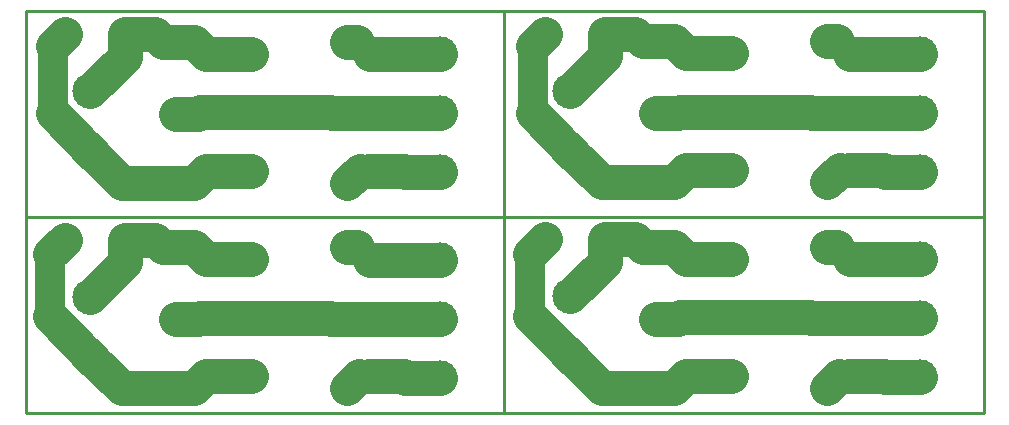
<source format=gbl>
%FSTAX23Y23*%
%MOIN*%
%SFA1B1*%

%IPPOS*%
%AMD17*
4,1,8,0.045300,0.018700,0.018700,0.045300,-0.018700,0.045300,-0.045300,0.018700,-0.045300,-0.018700,-0.018700,-0.045300,0.018700,-0.045300,0.045300,-0.018700,0.045300,0.018700,0.0*
%
%AMD19*
4,1,8,-0.059100,-0.024500,-0.024500,-0.059100,0.024500,-0.059100,0.059100,-0.024500,0.059100,0.024500,0.024500,0.059100,-0.024500,0.059100,-0.059100,0.024500,-0.059100,-0.024500,0.0*
%
%ADD10C,0.010000*%
%ADD11C,0.019685*%
%ADD12C,0.118110*%
%ADD13C,0.039370*%
%ADD14C,0.098425*%
%ADD15C,0.118110*%
%ADD16C,0.090551*%
G04~CAMADD=17~4~0.0~0.0~905.7~905.7~0.0~265.3~0~0.0~0.0~0.0~0.0~0~0.0~0.0~0.0~0.0~0~0.0~0.0~0.0~315.0~905.7~905.7*
%ADD17D17*%
%ADD18C,0.078740*%
G04~CAMADD=19~4~0.0~0.0~1181.0~1181.0~0.0~345.9~0~0.0~0.0~0.0~0.0~0~0.0~0.0~0.0~0.0~0~0.0~0.0~0.0~135.0~1181.0~1181.0*
%ADD19D19*%
%ADD20R,0.078740X0.078740*%
%LNpcb2_x4-1*%
%LPD*%
G54D10*
X01595Y00655D02*
X03195D01*
X0D02*
X01595D01*
X0Y0D02*
Y0134D01*
X03195*
Y0D02*
Y0134D01*
X01595Y0D02*
Y0134D01*
X0Y0D02*
X03195D01*
G54D11*
X01105Y00554D02*
X01145Y00514D01*
X01113Y00124D02*
X01145D01*
X01015Y00319D02*
X01019Y00315D01*
X00575Y00314D02*
X00581Y00319D01*
X0126Y00124D02*
X01265Y00119D01*
X00433Y00579D02*
X00458Y00554D01*
X00433Y01264D02*
X00458Y01239D01*
X0126Y00809D02*
X01266Y00804D01*
X00576Y00999D02*
X00582Y01004D01*
X01016D02*
X0102Y01D01*
X01114Y00809D02*
X01146D01*
X01106Y01239D02*
X01146Y01199D01*
X02706Y0124D02*
X02746Y012D01*
X02714Y00811D02*
X02746D01*
X02616Y01006D02*
X0262Y01002D01*
X02176Y01D02*
X02182Y01006D01*
X0286Y00811D02*
X02866Y00805D01*
X02033Y01265D02*
X02058Y0124D01*
X02033Y0058D02*
X02058Y00555D01*
X0286Y00126D02*
X02865Y0012D01*
X02175Y00315D02*
X02181Y00321D01*
X02615D02*
X02619Y00317D01*
X02713Y00126D02*
X02745D01*
X02705Y00555D02*
X02745Y00515D01*
G54D12*
X01072Y00554D02*
X01105D01*
X01147Y00512D02*
X0138D01*
X01072Y00084D02*
X01113Y00124D01*
X0033Y00504D02*
Y00579D01*
X00215Y00389D02*
X0033Y00504D01*
X006Y00514D02*
X00752D01*
X0056Y00554D02*
X006Y00514D01*
X01019Y00315D02*
X0138D01*
X00655Y00319D02*
X01015D01*
X00581D02*
X00655D01*
X00502Y00314D02*
X00575D01*
X01265Y00119D02*
X0138D01*
X01145Y00124D02*
X0126D01*
X00458Y00554D02*
X0056D01*
X0033Y00579D02*
X00433D01*
X0056Y00084D02*
X00601Y00124D01*
X00752*
X0008Y0053D02*
X0013Y00579D01*
X00215Y00189D02*
X0032Y00084D01*
X0056*
X0008Y00324D02*
X00215Y00189D01*
X00321Y00769D02*
X00561D01*
X00216Y00874D02*
X00321Y00769D01*
X00602Y00809D02*
X00753D01*
X00561Y00769D02*
X00602Y00809D01*
X00331Y01264D02*
X00433D01*
X00458Y01239D02*
X00561D01*
X01146Y00809D02*
X0126D01*
X01266Y00804D02*
X01381D01*
X00503Y00999D02*
X00576D01*
X00582Y01004D02*
X00656D01*
X01016*
X0102Y01D02*
X01381D01*
X00561Y01239D02*
X00601Y01199D01*
X00753*
X00216Y01074D02*
X00331Y01189D01*
Y01264*
X01073Y00769D02*
X01114Y00809D01*
X01148Y01197D02*
X01381D01*
X01073Y01239D02*
X01106D01*
X0009Y01D02*
X00216Y00874D01*
X0009Y01224D02*
X0013Y01264D01*
X0169Y01225D02*
X0173Y01265D01*
X0169Y01001D02*
X01816Y00875D01*
X02673Y0124D02*
X02706D01*
X02748Y01199D02*
X02981D01*
X02673Y0077D02*
X02714Y00811D01*
X01931Y0119D02*
Y01265D01*
X01816Y01075D02*
X01931Y0119D01*
X02201Y012D02*
X02353D01*
X02161Y0124D02*
X02201Y012D01*
X0262Y01002D02*
X02981D01*
X02256Y01006D02*
X02616D01*
X02182D02*
X02256D01*
X02103Y01D02*
X02176D01*
X02866Y00805D02*
X02981D01*
X02746Y00811D02*
X0286D01*
X02058Y0124D02*
X02161D01*
X01931Y01265D02*
X02033D01*
X02161Y0077D02*
X02202Y00811D01*
X02353*
X01816Y00875D02*
X01921Y0077D01*
X02161*
X0168Y00325D02*
X01815Y0019D01*
X0192Y00085D02*
X0216D01*
X01815Y0019D02*
X0192Y00085D01*
X0168Y00531D02*
X0173Y0058D01*
X02201Y00126D02*
X02352D01*
X0216Y00085D02*
X02201Y00126D01*
X0193Y0058D02*
X02033D01*
X02058Y00555D02*
X0216D01*
X02745Y00126D02*
X0286D01*
X02865Y0012D02*
X0298D01*
X02102Y00315D02*
X02175D01*
X02181Y00321D02*
X02255D01*
X02615*
X02619Y00317D02*
X0298D01*
X0216Y00555D02*
X022Y00515D01*
X02352*
X01815Y0039D02*
X0193Y00505D01*
Y0058*
X02672Y00085D02*
X02713Y00126D01*
X02747Y00514D02*
X0298D01*
X02672Y00555D02*
X02705D01*
G54D13*
X01145Y00514D02*
X01147Y00512D01*
X01146Y01199D02*
X01148Y01197D01*
X02746Y012D02*
X02748Y01199D01*
X02745Y00515D02*
X02747Y00514D01*
G54D14*
X0008Y00324D02*
Y0053D01*
X0009Y01D02*
Y01224D01*
X0169Y01001D02*
Y01225D01*
X0168Y00325D02*
Y00531D01*
G54D15*
X0138Y00315D03*
Y00119D03*
Y00512D03*
X00215Y00389D03*
X00216Y01074D03*
X01381Y01D03*
Y00804D03*
Y01197D03*
X02981Y01002D03*
Y00805D03*
Y01199D03*
X01816Y01075D03*
X01815Y0039D03*
X0298Y00317D03*
Y0012D03*
Y00514D03*
G54D16*
X01145Y00514D03*
Y00124D03*
X00655Y00319D03*
X01146Y01199D03*
Y00809D03*
X00656Y01004D03*
X02746Y012D03*
Y00811D03*
X02256Y01006D03*
X02745Y00515D03*
Y00126D03*
X02255Y00321D03*
G54D17*
X00752Y00514D03*
Y00124D03*
X00753Y01199D03*
Y00809D03*
X02353Y012D03*
Y00811D03*
X02352Y00515D03*
Y00126D03*
G54D18*
X01072Y00084D03*
X00502Y00314D03*
X01072Y00554D03*
X0056D03*
Y00084D03*
X0013Y00579D03*
X0013Y01264D03*
X01073Y00769D03*
X00503Y00999D03*
X01073Y01239D03*
X00561D03*
Y00769D03*
X02673Y0077D03*
X02103Y01D03*
X02673Y0124D03*
X02161D03*
Y0077D03*
X0173Y01265D03*
X0173Y0058D03*
X02672Y00085D03*
X02102Y00315D03*
X02672Y00555D03*
X0216D03*
Y00085D03*
G54D19*
X00215Y00189D03*
X00216Y00874D03*
X01816Y00875D03*
X01815Y0019D03*
G54D20*
X0033Y00579D03*
X00331Y01264D03*
X01931Y01265D03*
X0193Y0058D03*
M02*
</source>
